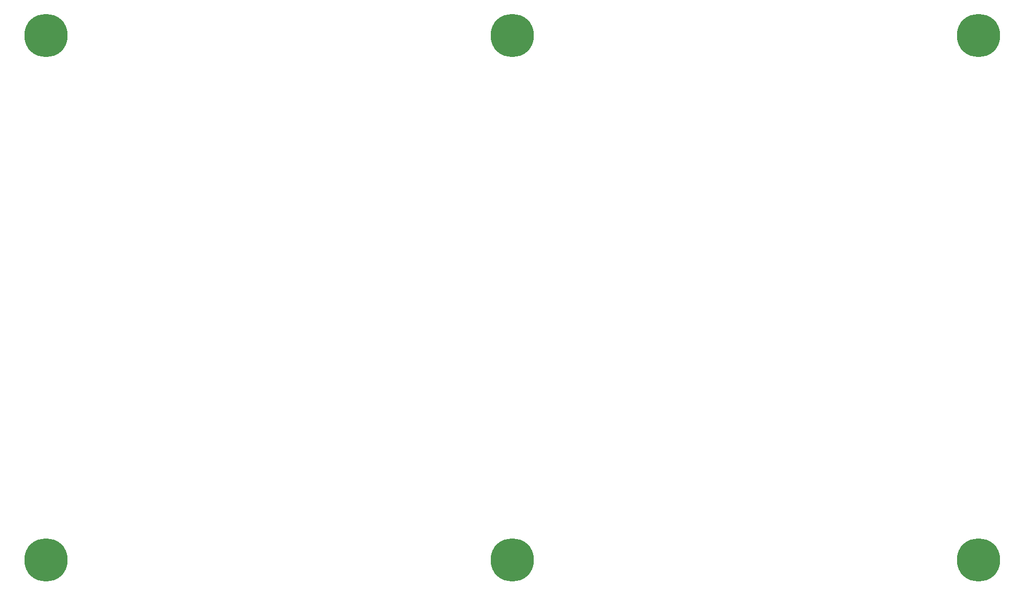
<source format=gts>
G04 start of page 6 for group -4063 idx -4063 *
G04 Title: 31.004.00.01.01.pcb, componentmask *
G04 Creator: pcb 4.2.2 *
G04 CreationDate: Sun Jan  3 11:16:11 2021 UTC *
G04 For: bert *
G04 Format: Gerber/RS-274X *
G04 PCB-Dimensions (mil): 6692.91 3937.01 *
G04 PCB-Coordinate-Origin: lower left *
%MOIN*%
%FSLAX25Y25*%
%LNGTS*%
%ADD18C,0.2760*%
G54D18*X334646Y29528D03*
Y364173D03*
X631890Y29528D03*
Y364173D03*
X37402Y29528D03*
Y364173D03*
M02*

</source>
